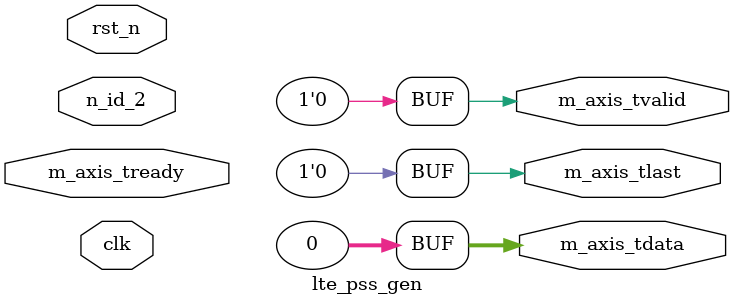
<source format=sv>
`timescale 1ns / 1ps


module lte_pss_gen (
    input  logic        clk,
    input  logic        rst_n,
    
    // Configuration
    input  logic [1:0]  n_id_2,         // Physical layer identity (0, 1, or 2)
    
    // AXI4-Stream Master Interface (Complex I/Q Output)
    output logic [31:0] m_axis_tdata,   // [31:16] = Q channel, [15:0] = I channel
    output logic        m_axis_tvalid,
    input  logic        m_axis_tready,
    output logic        m_axis_tlast
);

    // ==========================================
    // RTL ARCHITECT: Implement 3GPP Zadoff-Chu logic below.
    // Ensure outputs are quantized to 16-bit signed integers.
    // ==========================================
    
    // Temporary stubs to allow initial Verilator/Icarus compilation to pass
    assign m_axis_tdata  = 32'd0;
    assign m_axis_tvalid = 1'b0;
    assign m_axis_tlast  = 1'b0;

endmodule
</source>
